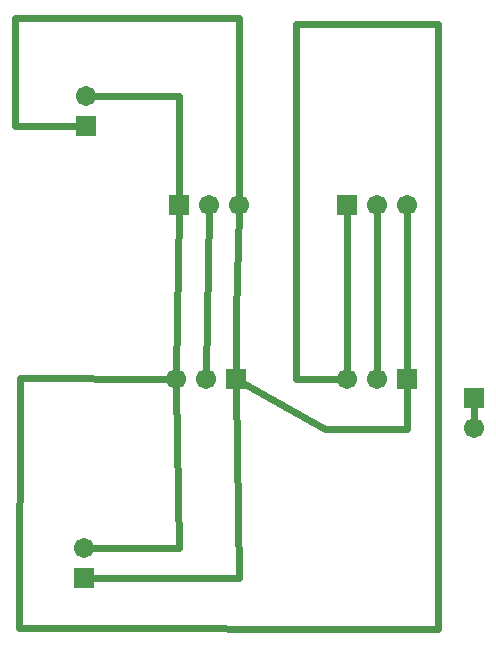
<source format=gtl>
G04 MADE WITH FRITZING*
G04 WWW.FRITZING.ORG*
G04 DOUBLE SIDED*
G04 HOLES PLATED*
G04 CONTOUR ON CENTER OF CONTOUR VECTOR*
%ASAXBY*%
%FSLAX23Y23*%
%MOIN*%
%OFA0B0*%
%SFA1.0B1.0*%
%ADD10C,0.067559*%
%ADD11R,0.067559X0.067559*%
%ADD12C,0.024000*%
%LNCOPPER1*%
G90*
G70*
G54D10*
X1586Y834D03*
X1586Y734D03*
X1161Y1479D03*
X1261Y1479D03*
X1361Y1479D03*
X603Y1479D03*
X703Y1479D03*
X803Y1479D03*
X793Y898D03*
X693Y898D03*
X593Y898D03*
X1361Y898D03*
X1261Y898D03*
X1161Y898D03*
X291Y1741D03*
X291Y1841D03*
X284Y234D03*
X284Y334D03*
G54D11*
X1586Y834D03*
X1161Y1479D03*
X603Y1479D03*
X793Y898D03*
X1361Y898D03*
X291Y1741D03*
X284Y234D03*
G54D12*
X1465Y65D02*
X70Y67D01*
D02*
X802Y234D02*
X309Y234D01*
D02*
X992Y2083D02*
X1465Y2083D01*
D02*
X992Y898D02*
X992Y2083D01*
D02*
X1465Y2083D02*
X1465Y65D01*
D02*
X70Y67D02*
X72Y902D01*
D02*
X72Y902D02*
X568Y898D01*
D02*
X1136Y898D02*
X992Y898D01*
D02*
X1089Y731D02*
X815Y886D01*
D02*
X1361Y731D02*
X1089Y731D01*
D02*
X1361Y873D02*
X1361Y731D01*
D02*
X603Y1841D02*
X603Y1504D01*
D02*
X315Y1841D02*
X603Y1841D01*
D02*
X602Y1454D02*
X593Y923D01*
D02*
X602Y334D02*
X309Y334D01*
D02*
X593Y873D02*
X602Y334D01*
D02*
X803Y2100D02*
X803Y1504D01*
D02*
X57Y2100D02*
X803Y2100D01*
D02*
X802Y1454D02*
X793Y1120D01*
D02*
X793Y1120D02*
X793Y923D01*
D02*
X793Y873D02*
X802Y234D01*
D02*
X702Y1454D02*
X693Y923D01*
D02*
X57Y1741D02*
X57Y2100D01*
D02*
X266Y1741D02*
X57Y1741D01*
D02*
X1361Y923D02*
X1361Y1454D01*
D02*
X1161Y1454D02*
X1161Y923D01*
D02*
X1586Y809D02*
X1586Y759D01*
D02*
X1261Y1454D02*
X1261Y923D01*
G04 End of Copper1*
M02*
</source>
